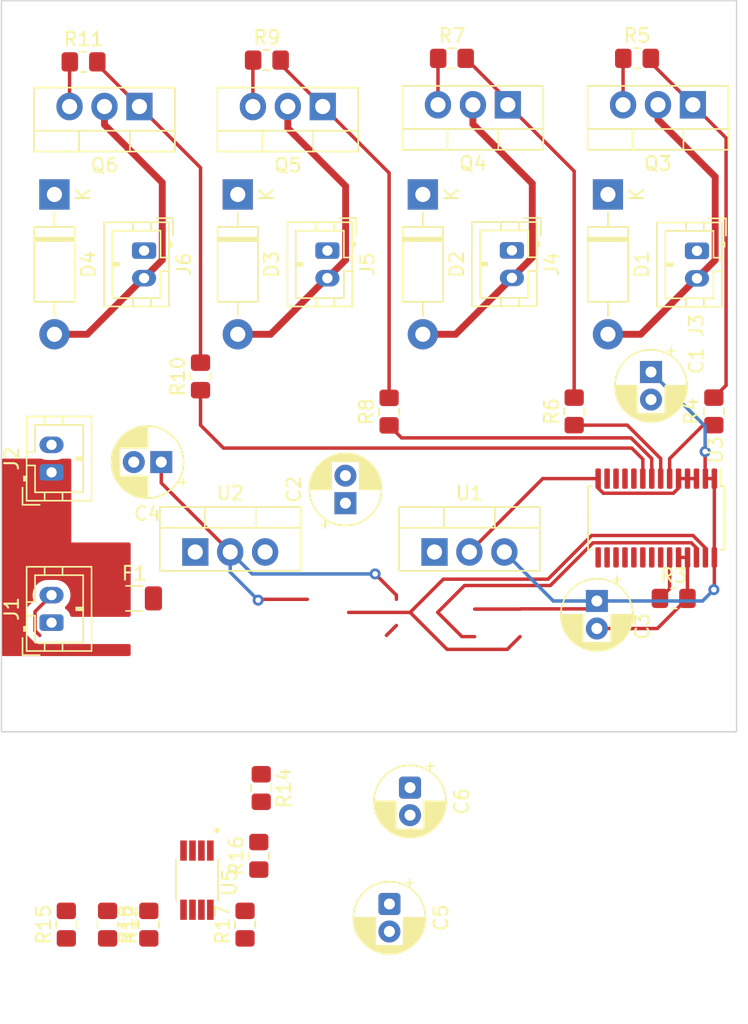
<source format=kicad_pcb>
(kicad_pcb (version 20241229) (generator "pcbnew") (generator_version "9.0")
  (layers (0 "F.Cu" signal) (2 "B.Cu" signal) (13 "F.Paste" user) (15 "B.Paste" user) (5 "F.SilkS" user "F.Silkscreen") (7 "B.SilkS" user "B.Silkscreen") (1 "F.Mask" user) (3 "B.Mask" user) (25 "Edge.Cuts" user))
  (net 0 "")
  (net 1 "+5V")
  (net 2 "GND")
  (net 3 "SLN1+")
  (net 4 "+3.3V")
  (net 5 "SLN1-")
  (net 6 "SLN2-")
  (net 7 "SLN3-")
  (net 8 "SLN4-")
  (net 9 "Net-(J1-Pin_1)")
  (net 10 "Net-(J1-Pin_2)")
  (net 11 "Net-(J2-Pin_1)")
  (net 12 "SDA")
  (net 13 "SCL")
  (net 14 "Net-(Q3-G)")
  (net 15 "Net-(Q4-G)")
  (net 16 "Net-(Q5-G)")
  (net 17 "Net-(Q6-G)")
  (net 18 "Net-(U3-OE')")
  (net 19 "S1CTRL")
  (net 20 "S2CTRL")
  (net 21 "S3CTRL")
  (net 22 "S4CTRL")
  (net 35 "Net-(U5-EN)")
  (net 36 "Net-(U5-READY)")
  (footprint "Connector_JST:JST_PH_B2B-PH-K_1x02_P2.00mm_Vertical" (layer "F.Cu") (at 155.654113 59.520887 -90)
    (property "Reference" "J6" (at 1 -2.9 90) (layer "F.SilkS"))
    (property "Value" "2X1")
    (pad "1" thru_hole roundrect (at 0 0 270) (size 1.2 1.75) (drill 0.75) (layers "*.Cu" "*.Mask") (roundrect_rratio 0.2083333333) (net 3 "SLN1+"))
    (pad "2" thru_hole oval (at 2 0 270) (size 1.2 1.75) (drill 0.75) (layers "*.Cu" "*.Mask") (net 8 "SLN4-"))
  )
  (footprint "Package_TO_SOT_THT:TO-220-3_Vertical" (layer "F.Cu") (at 176.779113 81.420887)
    (property "Reference" "U1" (at 2.54 -4.27 0) (layer "F.SilkS"))
    (property "Value" "L7805")
    (pad "1" thru_hole rect (at 0 0) (size 1.905 2) (drill 1.1) (layers "*.Cu" "*.Mask") (net 3 "SLN1+"))
    (pad "2" thru_hole oval (at 2.54 0) (size 1.905 2) (drill 1.1) (layers "*.Cu" "*.Mask") (net 2 "GND"))
    (pad "3" thru_hole oval (at 5.08 0) (size 1.905 2) (drill 1.1) (layers "*.Cu" "*.Mask") (net 1 "+5V"))
  )
  (footprint "Package_TO_SOT_THT:TO-220-3_Vertical" (layer "F.Cu") (at 155.316113 49.050887 180)
    (property "Reference" "Q6" (at 2.54 -4.27 0) (layer "F.SilkS"))
    (property "Value" "FQP30N06L")
    (pad "1" thru_hole rect (at 0 0 180) (size 1.905 2) (drill 1.1) (layers "*.Cu" "*.Mask") (net 17 "Net-(Q6-G)"))
    (pad "2" thru_hole oval (at 2.54 0 180) (size 1.905 2) (drill 1.1) (layers "*.Cu" "*.Mask") (net 8 "SLN4-"))
    (pad "3" thru_hole oval (at 5.08 0 180) (size 1.905 2) (drill 1.1) (layers "*.Cu" "*.Mask") (net 2 "GND"))
  )
  (footprint "Resistor_SMD:R_0805_2012Metric_Pad1.20x1.40mm_HandSolder" (layer "F.Cu") (at 164 103.5 90)
    (property "Reference" "R16" (at 0 -1.65 90) (layer "F.SilkS"))
    (property "Value" "10k")
    (pad "1" smd roundrect (at -1 0 90) (size 1.2 1.4) (layers "F.Cu" "F.Mask" "F.Paste") (roundrect_rratio 0.208333) (net 12 "SDA"))
    (pad "2" smd roundrect (at 1 0 90) (size 1.2 1.4) (layers "F.Cu" "F.Mask" "F.Paste") (roundrect_rratio 0.208333) (net 4 "+3.3V"))
  )
  (footprint "Connector_JST:JST_PH_B2B-PH-K_1x02_P2.00mm_Vertical" (layer "F.Cu") (at 195.871113 59.536887 -90)
    (property "Reference" "J3" (at 5.445 0.042 90) (layer "F.SilkS"))
    (property "Value" "2X1")
    (pad "1" thru_hole roundrect (at 0 0 270) (size 1.2 1.75) (drill 0.75) (layers "*.Cu" "*.Mask") (roundrect_rratio 0.2083333333) (net 3 "SLN1+"))
    (pad "2" thru_hole oval (at 2 0 270) (size 1.2 1.75) (drill 0.75) (layers "*.Cu" "*.Mask") (net 5 "SLN1-"))
  )
  (footprint "Resistor_SMD:R_0805_2012Metric_Pad1.20x1.40mm_HandSolder" (layer "F.Cu") (at 164.587113 45.677887)
    (property "Reference" "R9" (at 0 -1.65 0) (layer "F.SilkS"))
    (property "Value" "10k")
    (pad "1" smd roundrect (at -1 0) (size 1.2 1.4) (layers "F.Cu" "F.Mask" "F.Paste") (roundrect_rratio 0.2083333333) (net 2 "GND"))
    (pad "2" smd roundrect (at 1 0) (size 1.2 1.4) (layers "F.Cu" "F.Mask" "F.Paste") (roundrect_rratio 0.2083333333) (net 16 "Net-(Q5-G)"))
  )
  (footprint "Diode_THT:D_DO-41_SOD81_P10.16mm_Horizontal" (layer "F.Cu") (at 149.135113 55.440887 -90)
    (property "Reference" "D4" (at 5.08 -2.47 90) (layer "F.SilkS"))
    (property "Value" "1N47xxA")
    (fp_text user "K" (at 0 -2.1 90) (layer "F.SilkS"))
    (pad "1" thru_hole rect (at 0 0 270) (size 2.2 2.2) (drill 1.1) (layers "*.Cu" "*.Mask") (net 3 "SLN1+"))
    (pad "2" thru_hole oval (at 10.16 0 270) (size 2.2 2.2) (drill 1.1) (layers "*.Cu" "*.Mask") (net 8 "SLN4-"))
  )
  (footprint "Capacitor_THT:CP_Radial_D5.0mm_P2.00mm" (layer "F.Cu") (at 156.906225 74.887887 180)
    (property "Reference" "C4" (at 1 -3.75 0) (layer "F.SilkS"))
    (property "Value" "10u")
    (pad "1" thru_hole rect (at 0 0 180) (size 1.6 1.6) (drill 0.8) (layers "*.Cu" "*.Mask") (net 4 "+3.3V"))
    (pad "2" thru_hole circle (at 2 0 180) (size 1.6 1.6) (drill 0.8) (layers "*.Cu" "*.Mask") (net 2 "GND"))
  )
  (footprint "Diode_THT:D_DO-41_SOD81_P10.16mm_Horizontal" (layer "F.Cu") (at 175.932113 55.440887 -90)
    (property "Reference" "D2" (at 5.08 -2.47 90) (layer "F.SilkS"))
    (property "Value" "1N47xxA")
    (fp_text user "K" (at 0 -2.1 90) (layer "F.SilkS"))
    (pad "1" thru_hole rect (at 0 0 270) (size 2.2 2.2) (drill 1.1) (layers "*.Cu" "*.Mask") (net 3 "SLN1+"))
    (pad "2" thru_hole oval (at 10.16 0 270) (size 2.2 2.2) (drill 1.1) (layers "*.Cu" "*.Mask") (net 6 "SLN2-"))
  )
  (footprint "Connector_JST:JST_PH_B2B-PH-K_1x02_P2.00mm_Vertical" (layer "F.Cu") (at 148.924113 75.633887 90)
    (property "Reference" "J2" (at 1 -2.9 90) (layer "F.SilkS"))
    (property "Value" "2X1")
    (pad "1" thru_hole roundrect (at 0 0 90) (size 1.2 1.75) (drill 0.75) (layers "*.Cu" "*.Mask") (roundrect_rratio 0.2083333333) (net 11 "Net-(J2-Pin_1)"))
    (pad "2" thru_hole oval (at 2 0 90) (size 1.2 1.75) (drill 0.75) (layers "*.Cu" "*.Mask") (net 2 "GND"))
  )
  (footprint "Resistor_SMD:R_0805_2012Metric_Pad1.20x1.40mm_HandSolder" (layer "F.Cu") (at 151.252113 45.804887)
    (property "Reference" "R11" (at 0 -1.65 0) (layer "F.SilkS"))
    (property "Value" "10k")
    (pad "1" smd roundrect (at -1 0) (size 1.2 1.4) (layers "F.Cu" "F.Mask" "F.Paste") (roundrect_rratio 0.2083333333) (net 2 "GND"))
    (pad "2" smd roundrect (at 1 0) (size 1.2 1.4) (layers "F.Cu" "F.Mask" "F.Paste") (roundrect_rratio 0.2083333333) (net 17 "Net-(Q6-G)"))
  )
  (footprint "Diode_THT:D_DO-41_SOD81_P10.16mm_Horizontal" (layer "F.Cu") (at 189.394113 55.440887 -90)
    (property "Reference" "D1" (at 5.08 -2.47 90) (layer "F.SilkS"))
    (property "Value" "1N47xxA")
    (fp_text user "K" (at 0 -2.1 90) (layer "F.SilkS"))
    (pad "1" thru_hole rect (at 0 0 270) (size 2.2 2.2) (drill 1.1) (layers "*.Cu" "*.Mask") (net 3 "SLN1+"))
    (pad "2" thru_hole oval (at 10.16 0 270) (size 2.2 2.2) (drill 1.1) (layers "*.Cu" "*.Mask") (net 5 "SLN1-"))
  )
  (footprint "Resistor_SMD:R_0805_2012Metric_Pad1.20x1.40mm_HandSolder" (layer "F.Cu") (at 164.177113 98.572887 -90)
    (property "Reference" "R14" (at 0 -1.65 90) (layer "F.SilkS"))
    (property "Value" "10k")
    (pad "1" smd roundrect (at -1 0 270) (size 1.2 1.4) (layers "F.Cu" "F.Mask" "F.Paste") (roundrect_rratio 0.208333) (net 4 "+3.3V"))
    (pad "2" smd roundrect (at 1 0 270) (size 1.2 1.4) (layers "F.Cu" "F.Mask" "F.Paste") (roundrect_rratio 0.208333) (net 10 "Net-(J1-Pin_2)"))
  )
  (footprint "Capacitor_THT:CP_Radial_D5.0mm_P2.00mm" (layer "F.Cu") (at 173.5 107 -90)
    (property "Reference" "C5" (at 1 -3.75 90) (layer "F.SilkS"))
    (property "Value" "0.1u")
    (pad "1" thru_hole roundrect (at 0 0 270) (size 1.6 1.6) (drill 0.8) (layers "*.Cu" "*.Mask") (roundrect_rratio 0.15625) (net 2 "GND"))
    (pad "2" thru_hole circle (at 2 0 270) (size 1.6 1.6) (drill 0.8) (layers "*.Cu" "*.Mask") (net 35 "Net-(U5-EN)"))
  )
  (footprint "Resistor_SMD:R_0805_2012Metric_Pad1.20x1.40mm_HandSolder" (layer "F.Cu") (at 156 108.5 90)
    (property "Reference" "R18" (at 0 -1.65 90) (layer "F.SilkS"))
    (property "Value" "10k")
    (pad "1" smd roundrect (at -1 0 90) (size 1.2 1.4) (layers "F.Cu" "F.Mask" "F.Paste") (roundrect_rratio 0.208333) (net 4 "+3.3V"))
    (pad "2" smd roundrect (at 1 0 90) (size 1.2 1.4) (layers "F.Cu" "F.Mask" "F.Paste") (roundrect_rratio 0.208333) (net 36 "Net-(U5-READY)"))
  )
  (footprint "Resistor_SMD:R_0805_2012Metric_Pad1.20x1.40mm_HandSolder" (layer "F.Cu") (at 178.049113 45.550887)
    (property "Reference" "R7" (at 0 -1.65 0) (layer "F.SilkS"))
    (property "Value" "10k")
    (pad "1" smd roundrect (at -1 0) (size 1.2 1.4) (layers "F.Cu" "F.Mask" "F.Paste") (roundrect_rratio 0.2083333333) (net 2 "GND"))
    (pad "2" smd roundrect (at 1 0) (size 1.2 1.4) (layers "F.Cu" "F.Mask" "F.Paste") (roundrect_rratio 0.2083333333) (net 15 "Net-(Q4-G)"))
  )
  (footprint "Package_TO_SOT_THT:TO-220-3_Vertical" (layer "F.Cu") (at 195.575113 48.923887 180)
    (property "Reference" "Q3" (at 2.54 -4.27 0) (layer "F.SilkS"))
    (property "Value" "FQP30N06L")
    (pad "1" thru_hole rect (at 0 0 180) (size 1.905 2) (drill 1.1) (layers "*.Cu" "*.Mask") (net 14 "Net-(Q3-G)"))
    (pad "2" thru_hole oval (at 2.54 0 180) (size 1.905 2) (drill 1.1) (layers "*.Cu" "*.Mask") (net 5 "SLN1-"))
    (pad "3" thru_hole oval (at 5.08 0 180) (size 1.905 2) (drill 1.1) (layers "*.Cu" "*.Mask") (net 2 "GND"))
  )
  (footprint "Package_SO:TSSOP-28_4.4x9.7mm_P0.65mm" (layer "F.Cu") (at 192.908113 78.951887 -90)
    (property "Reference" "U3" (at -4.953 -4.318 90) (layer "F.SilkS"))
    (property "Value" "PCA9685")
    (pad "1" smd roundrect (at -2.8625 -4.225 270) (size 1.475 0.4) (layers "F.Cu" "F.Mask" "F.Paste") (net 1 "+5V"))
    (pad "2" smd roundrect (at -2.8625 -3.575 270) (size 1.475 0.4) (layers "F.Cu" "F.Mask" "F.Paste") (net 1 "+5V"))
    (pad "3" smd roundrect (at -2.8625 -2.925 270) (size 1.475 0.4) (layers "F.Cu" "F.Mask" "F.Paste") (net 2 "GND"))
    (pad "4" smd roundrect (at -2.8625 -2.275 270) (size 1.475 0.4) (layers "F.Cu" "F.Mask" "F.Paste") (net 2 "GND"))
    (pad "5" smd roundrect (at -2.8625 -1.625 270) (size 1.475 0.4) (layers "F.Cu" "F.Mask" "F.Paste") (net 2 "GND"))
    (pad "6" smd roundrect (at -2.8625 -0.975 270) (size 1.475 0.4) (layers "F.Cu" "F.Mask" "F.Paste") (net 19 "S1CTRL"))
    (pad "7" smd roundrect (at -2.8625 -0.325 270) (size 1.475 0.4) (layers "F.Cu" "F.Mask" "F.Paste") (net 20 "S2CTRL"))
    (pad "8" smd roundrect (at -2.8625 0.325 270) (size 1.475 0.4) (layers "F.Cu" "F.Mask" "F.Paste") (net 21 "S3CTRL"))
    (pad "9" smd roundrect (at -2.8625 0.975 270) (size 1.475 0.4) (layers "F.Cu" "F.Mask" "F.Paste") (net 22 "S4CTRL"))
    (pad "10" smd roundrect (at -2.8625 1.625 270) (size 1.475 0.4) (layers "F.Cu" "F.Mask" "F.Paste"))
    (pad "11" smd roundrect (at -2.8625 2.275 270) (size 1.475 0.4) (layers "F.Cu" "F.Mask" "F.Paste"))
    (pad "12" smd roundrect (at -2.8625 2.925 270) (size 1.475 0.4) (layers "F.Cu" "F.Mask" "F.Paste"))
    (pad "13" smd roundrect (at -2.8625 3.575 270) (size 1.475 0.4) (layers "F.Cu" "F.Mask" "F.Paste"))
    (pad "14" smd roundrect (at -2.8625 4.225 270) (size 1.475 0.4) (layers "F.Cu" "F.Mask" "F.Paste") (net 2 "GND"))
    (pad "15" smd roundrect (at 2.8625 4.225 270) (size 1.475 0.4) (layers "F.Cu" "F.Mask" "F.Paste"))
    (pad "16" smd roundrect (at 2.8625 3.575 270) (size 1.475 0.4) (layers "F.Cu" "F.Mask" "F.Paste"))
    (pad "17" smd roundrect (at 2.8625 2.925 270) (size 1.475 0.4) (layers "F.Cu" "F.Mask" "F.Paste"))
    (pad "18" smd roundrect (at 2.8625 2.275 270) (size 1.475 0.4) (layers "F.Cu" "F.Mask" "F.Paste"))
    (pad "19" smd roundrect (at 2.8625 1.625 270) (size 1.475 0.4) (layers "F.Cu" "F.Mask" "F.Paste"))
    (pad "20" smd roundrect (at 2.8625 0.975 270) (size 1.475 0.4) (layers "F.Cu" "F.Mask" "F.Paste"))
    (pad "21" smd roundrect (at 2.8625 0.325 270) (size 1.475 0.4) (layers "F.Cu" "F.Mask" "F.Paste"))
    (pad "22" smd roundrect (at 2.8625 -0.325 270) (size 1.475 0.4) (layers "F.Cu" "F.Mask" "F.Paste"))
    (pad "23" smd roundrect (at 2.8625 -0.975 270) (size 1.475 0.4) (layers "F.Cu" "F.Mask" "F.Paste") (net 18 "Net-(U3-OE')"))
    (pad "24" smd roundrect (at 2.8625 -1.625 270) (size 1.475 0.4) (layers "F.Cu" "F.Mask" "F.Paste") (net 2 "GND"))
    (pad "25" smd roundrect (at 2.8625 -2.275 270) (size 1.475 0.4) (layers "F.Cu" "F.Mask" "F.Paste") (net 2 "GND"))
    (pad "26" smd roundrect (at 2.8625 -2.925 270) (size 1.475 0.4) (layers "F.Cu" "F.Mask" "F.Paste") (net 13 "SCL"))
    (pad "27" smd roundrect (at 2.8625 -3.575 270) (size 1.475 0.4) (layers "F.Cu" "F.Mask" "F.Paste") (net 12 "SDA"))
    (pad "28" smd roundrect (at 2.8625 -4.225 270) (size 1.475 0.4) (layers "F.Cu" "F.Mask" "F.Paste") (net 1 "+5V"))
  )
  (footprint "Resistor_SMD:R_0805_2012Metric_Pad1.20x1.40mm_HandSolder" (layer "F.Cu") (at 150 108.5 90)
    (property "Reference" "R15" (at 0 -1.65 90) (layer "F.SilkS"))
    (property "Value" "10k")
    (pad "1" smd roundrect (at -1 0 90) (size 1.2 1.4) (layers "F.Cu" "F.Mask" "F.Paste") (roundrect_rratio 0.208333) (net 4 "+3.3V"))
    (pad "2" smd roundrect (at 1 0 90) (size 1.2 1.4) (layers "F.Cu" "F.Mask" "F.Paste") (roundrect_rratio 0.208333) (net 35 "Net-(U5-EN)"))
  )
  (footprint "Capacitor_THT:CP_Radial_D5.0mm_P2.00mm" (layer "F.Cu") (at 175 98.544888 -90)
    (property "Reference" "C6" (at 1 -3.75 90) (layer "F.SilkS"))
    (property "Value" "0.1u")
    (pad "1" thru_hole roundrect (at 0 0 270) (size 1.6 1.6) (drill 0.8) (layers "*.Cu" "*.Mask") (roundrect_rratio 0.15625) (net 2 "GND"))
    (pad "2" thru_hole circle (at 2 0 270) (size 1.6 1.6) (drill 0.8) (layers "*.Cu" "*.Mask") (net 4 "+3.3V"))
  )
  (footprint "Resistor_SMD:R_0805_2012Metric_Pad1.20x1.40mm_HandSolder" (layer "F.Cu") (at 163 108.5 90)
    (property "Reference" "R17" (at 0 -1.65 90) (layer "F.SilkS"))
    (property "Value" "10k")
    (pad "1" smd roundrect (at -1 0 90) (size 1.2 1.4) (layers "F.Cu" "F.Mask" "F.Paste") (roundrect_rratio 0.208333) (net 4 "+3.3V"))
    (pad "2" smd roundrect (at 1 0 90) (size 1.2 1.4) (layers "F.Cu" "F.Mask" "F.Paste") (roundrect_rratio 0.208333) (net 13 "SCL"))
  )
  (footprint "Connector_JST:JST_PH_B2B-PH-K_1x02_P2.00mm_Vertical" (layer "F.Cu") (at 148.924113 86.555887 90)
    (property "Reference" "J1" (at 1 -2.9 90) (layer "F.SilkS"))
    (property "Value" "2X1")
    (pad "1" thru_hole roundrect (at 0 0 90) (size 1.2 1.75) (drill 0.75) (layers "*.Cu" "*.Mask") (roundrect_rratio 0.2083333333) (net 9 "Net-(J1-Pin_1)"))
    (pad "2" thru_hole oval (at 2 0 90) (size 1.2 1.75) (drill 0.75) (layers "*.Cu" "*.Mask") (net 10 "Net-(J1-Pin_2)"))
  )
  (footprint "Resistor_SMD:R_0805_2012Metric_Pad1.20x1.40mm_HandSolder" (layer "F.Cu") (at 197.099113 71.204887 90)
    (property "Reference" "R4" (at 0 -1.65 90) (layer "F.SilkS"))
    (property "Value" "330")
    (pad "1" smd roundrect (at -1 0 90) (size 1.2 1.4) (layers "F.Cu" "F.Mask" "F.Paste") (roundrect_rratio 0.2083333333) (net 19 "S1CTRL"))
    (pad "2" smd roundrect (at 1 0 90) (size 1.2 1.4) (layers "F.Cu" "F.Mask" "F.Paste") (roundrect_rratio 0.2083333333) (net 14 "Net-(Q3-G)"))
  )
  (footprint "Capacitor_THT:CP_Radial_D5.0mm_P2.00mm" (layer "F.Cu") (at 170.302113 77.875 90)
    (property "Reference" "C2" (at 1 -3.75 90) (layer "F.SilkS"))
    (property "Value" "10u")
    (pad "1" thru_hole rect (at 0 0 90) (size 1.6 1.6) (drill 0.8) (layers "*.Cu" "*.Mask") (net 3 "SLN1+"))
    (pad "2" thru_hole circle (at 2 0 90) (size 1.6 1.6) (drill 0.8) (layers "*.Cu" "*.Mask") (net 2 "GND"))
  )
  (footprint "Resistor_SMD:R_0805_2012Metric_Pad1.20x1.40mm_HandSolder" (layer "F.Cu") (at 153 108.5 -90)
    (property "Reference" "R12" (at 0 -1.65 90) (layer "F.SilkS"))
    (property "Value" "10k")
    (pad "1" smd roundrect (at -1 0 270) (size 1.2 1.4) (layers "F.Cu" "F.Mask" "F.Paste") (roundrect_rratio 0.208333) (net 9 "Net-(J1-Pin_1)"))
    (pad "2" smd roundrect (at 1 0 270) (size 1.2 1.4) (layers "F.Cu" "F.Mask" "F.Paste") (roundrect_rratio 0.208333) (net 4 "+3.3V"))
  )
  (footprint "Package_TO_SOT_THT:TO-220-3_Vertical" (layer "F.Cu") (at 168.651113 49.050887 180)
    (property "Reference" "Q5" (at 2.54 -4.27 0) (layer "F.SilkS"))
    (property "Value" "FQP30N06L")
    (pad "1" thru_hole rect (at 0 0 180) (size 1.905 2) (drill 1.1) (layers "*.Cu" "*.Mask") (net 16 "Net-(Q5-G)"))
    (pad "2" thru_hole oval (at 2.54 0 180) (size 1.905 2) (drill 1.1) (layers "*.Cu" "*.Mask") (net 7 "SLN3-"))
    (pad "3" thru_hole oval (at 5.08 0 180) (size 1.905 2) (drill 1.1) (layers "*.Cu" "*.Mask") (net 2 "GND"))
  )
  (footprint "Diode_THT:D_DO-41_SOD81_P10.16mm_Horizontal" (layer "F.Cu") (at 162.470113 55.440887 -90)
    (property "Reference" "D3" (at 5.08 -2.47 90) (layer "F.SilkS"))
    (property "Value" "1N47xxA")
    (fp_text user "K" (at 0 -2.1 90) (layer "F.SilkS"))
    (pad "1" thru_hole rect (at 0 0 270) (size 2.2 2.2) (drill 1.1) (layers "*.Cu" "*.Mask") (net 3 "SLN1+"))
    (pad "2" thru_hole oval (at 10.16 0 270) (size 2.2 2.2) (drill 1.1) (layers "*.Cu" "*.Mask") (net 7 "SLN3-"))
  )
  (footprint "Connector_JST:JST_PH_B2B-PH-K_1x02_P2.00mm_Vertical" (layer "F.Cu") (at 182.409113 59.504887 -90)
    (property "Reference" "J4" (at 1 -2.9 90) (layer "F.SilkS"))
    (property "Value" "2X1")
    (pad "1" thru_hole roundrect (at 0 0 270) (size 1.2 1.75) (drill 0.75) (layers "*.Cu" "*.Mask") (roundrect_rratio 0.2083333333) (net 3 "SLN1+"))
    (pad "2" thru_hole oval (at 2 0 270) (size 1.2 1.75) (drill 0.75) (layers "*.Cu" "*.Mask") (net 6 "SLN2-"))
  )
  (footprint "Resistor_SMD:R_0805_2012Metric_Pad1.20x1.40mm_HandSolder" (layer "F.Cu") (at 173.477113 71.220887 90)
    (property "Reference" "R8" (at 0 -1.65 90) (layer "F.SilkS"))
    (property "Value" "330")
    (pad "1" smd roundrect (at -1 0 90) (size 1.2 1.4) (layers "F.Cu" "F.Mask" "F.Paste") (roundrect_rratio 0.2083333333) (net 21 "S3CTRL"))
    (pad "2" smd roundrect (at 1 0 90) (size 1.2 1.4) (layers "F.Cu" "F.Mask" "F.Paste") (roundrect_rratio 0.2083333333) (net 16 "Net-(Q5-G)"))
  )
  (footprint "Resistor_SMD:R_0805_2012Metric_Pad1.20x1.40mm_HandSolder" (layer "F.Cu") (at 159.761113 68.664887 90)
    (property "Reference" "R10" (at 0 -1.65 90) (layer "F.SilkS"))
    (property "Value" "330")
    (pad "1" smd roundrect (at -1 0 90) (size 1.2 1.4) (layers "F.Cu" "F.Mask" "F.Paste") (roundrect_rratio 0.2083333333) (net 22 "S4CTRL"))
    (pad "2" smd roundrect (at 1 0 90) (size 1.2 1.4) (layers "F.Cu" "F.Mask" "F.Paste") (roundrect_rratio 0.2083333333) (net 17 "Net-(Q6-G)"))
  )
  (footprint "TCA4307:SOP65P490X110-8N" (layer "F.Cu") (at 159.5 105.267887 -90)
    (property "Reference" "U5" (at 0.155 -2.362 90) (layer "F.SilkS"))
    (property "Value" "TCA4307")
    (pad "1" smd roundrect (at -2.15 -0.975 270) (size 1.47 0.48) (layers "F.Cu" "F.Mask" "F.Paste") (roundrect_rratio 0.05) (net 35 "Net-(U5-EN)"))
    (pad "2" smd roundrect (at -2.15 -0.325 270) (size 1.47 0.48) (layers "F.Cu" "F.Mask" "F.Paste") (roundrect_rratio 0.05) (net 12 "SDA"))
    (pad "3" smd roundrect (at -2.15 0.325 270) (size 1.47 0.48) (layers "F.Cu" "F.Mask" "F.Paste") (roundrect_rratio 0.05) (net 9 "Net-(J1-Pin_1)"))
    (pad "4" smd roundrect (at -2.15 0.975 270) (size 1.47 0.48) (layers "F.Cu" "F.Mask" "F.Paste") (roundrect_rratio 0.05) (net 4 "+3.3V"))
    (pad "5" smd roundrect (at 2.15 0.975 270) (size 1.47 0.48) (layers "F.Cu" "F.Mask" "F.Paste") (roundrect_rratio 0.05) (net 36 "Net-(U5-READY)"))
    (pad "6" smd roundrect (at 2.15 0.325 270) (size 1.47 0.48) (layers "F.Cu" "F.Mask" "F.Paste") (roundrect_rratio 0.05) (net 10 "Net-(J1-Pin_2)"))
    (pad "7" smd roundrect (at 2.15 -0.325 270) (size 1.47 0.48) (layers "F.Cu" "F.Mask" "F.Paste") (roundrect_rratio 0.05) (net 13 "SCL"))
    (pad "8" smd roundrect (at 2.15 -0.975 270) (size 1.47 0.48) (layers "F.Cu" "F.Mask" "F.Paste") (roundrect_rratio 0.05) (net 2 "GND"))
  )
  (footprint "Connector_JST:JST_PH_B2B-PH-K_1x02_P2.00mm_Vertical" (layer "F.Cu") (at 168.989113 59.520887 -90)
    (property "Reference" "J5" (at 1 -2.9 90) (layer "F.SilkS"))
    (property "Value" "2X1")
    (pad "1" thru_hole roundrect (at 0 0 270) (size 1.2 1.75) (drill 0.75) (layers "*.Cu" "*.Mask") (roundrect_rratio 0.2083333333) (net 3 "SLN1+"))
    (pad "2" thru_hole oval (at 2 0 270) (size 1.2 1.75) (drill 0.75) (layers "*.Cu" "*.Mask") (net 7 "SLN3-"))
  )
  (footprint "Capacitor_THT:CP_Radial_D5.0mm_P2.00mm" (layer "F.Cu") (at 188.590113 84.981775 -90)
    (property "Reference" "C3" (at 1.844112 -3.302 90) (layer "F.SilkS"))
    (property "Value" "10u")
    (pad "1" thru_hole rect (at 0 0 270) (size 1.6 1.6) (drill 0.8) (layers "*.Cu" "*.Mask") (net 1 "+5V"))
    (pad "2" thru_hole circle (at 2 0 270) (size 1.6 1.6) (drill 0.8) (layers "*.Cu" "*.Mask") (net 2 "GND"))
  )
  (footprint "Resistor_SMD:R_0805_2012Metric_Pad1.20x1.40mm_HandSolder" (layer "F.Cu") (at 191.511113 45.550887)
    (property "Reference" "R5" (at 0 -1.65 0) (layer "F.SilkS"))
    (property "Value" "10k")
    (pad "1" smd roundrect (at -1 0) (size 1.2 1.4) (layers "F.Cu" "F.Mask" "F.Paste") (roundrect_rratio 0.2083333333) (net 2 "GND"))
    (pad "2" smd roundrect (at 1 0) (size 1.2 1.4) (layers "F.Cu" "F.Mask" "F.Paste") (roundrect_rratio 0.2083333333) (net 14 "Net-(Q3-G)"))
  )
  (footprint "Package_TO_SOT_THT:TO-220-3_Vertical" (layer "F.Cu") (at 182.113113 48.923887 180)
    (property "Reference" "Q4" (at 2.54 -4.27 0) (layer "F.SilkS"))
    (property "Value" "FQP30N06L")
    (pad "1" thru_hole rect (at 0 0 180) (size 1.905 2) (drill 1.1) (layers "*.Cu" "*.Mask") (net 15 "Net-(Q4-G)"))
    (pad "2" thru_hole oval (at 2.54 0 180) (size 1.905 2) (drill 1.1) (layers "*.Cu" "*.Mask") (net 6 "SLN2-"))
    (pad "3" thru_hole oval (at 5.08 0 180) (size 1.905 2) (drill 1.1) (layers "*.Cu" "*.Mask") (net 2 "GND"))
  )
  (footprint "Resistor_SMD:R_0805_2012Metric_Pad1.20x1.40mm_HandSolder" (layer "F.Cu") (at 186.939113 71.204887 90)
    (property "Reference" "R6" (at 0 -1.65 90) (layer "F.SilkS"))
    (property "Value" "330")
    (pad "1" smd roundrect (at -1 0 90) (size 1.2 1.4) (layers "F.Cu" "F.Mask" "F.Paste") (roundrect_rratio 0.2083333333) (net 20 "S2CTRL"))
    (pad "2" smd roundrect (at 1 0 90) (size 1.2 1.4) (layers "F.Cu" "F.Mask" "F.Paste") (roundrect_rratio 0.2083333333) (net 15 "Net-(Q4-G)"))
  )
  (footprint "Package_TO_SOT_THT:TO-220-3_Vertical" (layer "F.Cu") (at 159.380113 81.420887)
    (property "Reference" "U2" (at 2.54 -4.27 0) (layer "F.SilkS"))
    (property "Value" "LD1117V33")
    (pad "1" thru_hole rect (at 0 0) (size 1.905 2) (drill 1.1) (layers "*.Cu" "*.Mask") (net 2 "GND"))
    (pad "2" thru_hole oval (at 2.54 0) (size 1.905 2) (drill 1.1) (layers "*.Cu" "*.Mask") (net 4 "+3.3V"))
    (pad "3" thru_hole oval (at 5.08 0) (size 1.905 2) (drill 1.1) (layers "*.Cu" "*.Mask") (net 3 "SLN1+"))
  )
  (footprint "Fuse:Fuse_1206_3216Metric" (layer "F.Cu") (at 154.935113 84.793887)
    (property "Reference" "F1" (at 0 -1.82 0) (layer "F.SilkS"))
    (property "Value" "10A")
    (pad "1" smd roundrect (at -1.4 0) (size 1.25 1.75) (layers "F.Cu" "F.Mask" "F.Paste") (roundrect_rratio 0.2) (net 11 "Net-(J2-Pin_1)"))
    (pad "2" smd roundrect (at 1.4 0) (size 1.25 1.75) (layers "F.Cu" "F.Mask" "F.Paste") (roundrect_rratio 0.2) (net 3 "SLN1+"))
  )
  (footprint "Resistor_SMD:R_0805_2012Metric_Pad1.20x1.40mm_HandSolder" (layer "F.Cu") (at 194.178113 84.793887)
    (property "Reference" "R3" (at 0 -1.65 0) (layer "F.SilkS"))
    (property "Value" "10k")
    (pad "1" smd roundrect (at -1 0) (size 1.2 1.4) (layers "F.Cu" "F.Mask" "F.Paste") (roundrect_rratio 0.2083333333) (net 18 "Net-(U3-OE')"))
    (pad "2" smd roundrect (at 1 0) (size 1.2 1.4) (layers "F.Cu" "F.Mask" "F.Paste") (roundrect_rratio 0.2083333333) (net 2 "GND"))
  )
  (footprint "Capacitor_THT:CP_Radial_D5.0mm_P2.00mm" (layer "F.Cu") (at 192.527113 68.344775 -90)
    (property "Reference" "C1" (at -0.822888 -3.302 90) (layer "F.SilkS"))
    (property "Value" "10u")
    (pad "1" thru_hole rect (at 0 0 270) (size 1.6 1.6) (drill 0.8) (layers "*.Cu" "*.Mask") (net 1 "+5V"))
    (pad "2" thru_hole circle (at 2 0 270) (size 1.6 1.6) (drill 0.8) (layers "*.Cu" "*.Mask") (net 2 "GND"))
  )
  (gr_rect (start 145.283113 41.359887) (end 198.750113 94.484887) (stroke (width 0.1)) (fill no) (layer "Edge.Cuts"))
  (segment (start 197.133113 81.814387) (end 197.133113 76.089387) (width 0.25) (layer "F.Cu") (net 1))
  (segment (start 197.133113 84.124887) (end 197.099113 84.158887) (width 0.25) (layer "F.Cu") (net 1))
  (segment (start 179.700113 85.571887) (end 183.002113 85.571887) (width 0.25) (layer "F.Cu") (net 1))
  (segment (start 197.133113 76.089387) (end 196.483113 76.089387) (width 0.25) (layer "F.Cu") (net 1))
  (segment (start 196.464113 76.070387) (end 196.483113 76.089387) (width 0.25) (layer "F.Cu") (net 1))
  (segment (start 183.018113 85.555887) (end 188.016001 85.555887) (width 0.25) (layer "F.Cu") (net 1))
  (segment (start 183.002113 85.571887) (end 183.018113 85.555887) (width 0.25) (layer "F.Cu") (net 1))
  (segment (start 197.133113 81.814387) (end 197.133113 84.124887) (width 0.25) (layer "F.Cu") (net 1))
  (segment (start 196.464113 74.125887) (end 196.464113 76.070387) (width 0.25) (layer "F.Cu") (net 1))
  (segment (start 188.016001 85.555887) (end 188.590113 84.981775) (width 0.25) (layer "F.Cu") (net 1))
  (via (at 197.099113 84.158887) (size 0.8) (drill 0.4) (layers "F.Cu" "B.Cu") (net 1))
  (via (at 196.464113 74.125887) (size 0.8) (drill 0.4) (layers "F.Cu" "B.Cu") (net 1))
  (segment (start 196.276225 84.981775) (end 197.099113 84.158887) (width 0.25) (layer "B.Cu") (net 1))
  (segment (start 185.420001 84.981775) (end 186.050113 84.981775) (width 0.25) (layer "B.Cu") (net 1))
  (segment (start 196.464113 74.125887) (end 196.464113 72.281775) (width 0.25) (layer "B.Cu") (net 1))
  (segment (start 181.859113 81.420887) (end 185.420001 84.981775) (width 0.25) (layer "B.Cu") (net 1))
  (segment (start 196.464113 72.281775) (end 192.527113 68.344775) (width 0.25) (layer "B.Cu") (net 1))
  (segment (start 186.050113 84.981775) (end 196.276225 84.981775) (width 0.25) (layer "B.Cu") (net 1))
  (segment (start 177.049113 45.550887) (end 177.033113 45.566887) (width 0.25) (layer "F.Cu") (net 2))
  (segment (start 194.533113 81.814387) (end 195.183113 81.814387) (width 0.25) (layer "F.Cu") (net 2))
  (segment (start 194.533113 76.089387) (end 194.533113 76.777928) (width 0.25) (layer "F.Cu") (net 2))
  (segment (start 194.533113 76.777928) (end 194.159154 77.151887) (width 0.25) (layer "F.Cu") (net 2))
  (segment (start 190.495113 45.566887) (end 190.495113 48.923887) (width 0.25) (layer "F.Cu") (net 2))
  (segment (start 195.178113 81.819387) (end 195.183113 81.814387) (width 0.25) (layer "F.Cu") (net 2))
  (segment (start 163.587113 45.677887) (end 163.571113 45.693887) (width 0.25) (layer "F.Cu") (net 2))
  (segment (start 195.178113 84.793887) (end 195.178113 81.819387) (width 0.25) (layer "F.Cu") (net 2))
  (segment (start 150.236113 45.820887) (end 150.236113 49.050887) (width 0.25) (layer "F.Cu") (net 2))
  (segment (start 195.178113 84.793887) (end 192.990225 86.981775) (width 0.25) (layer "F.Cu") (net 2))
  (segment (start 163.571113 45.693887) (end 163.571113 49.050887) (width 0.25) (layer "F.Cu") (net 2))
  (segment (start 194.159154 77.151887) (end 189.057072 77.151887) (width 0.25) (layer "F.Cu") (net 2))
  (segment (start 195.183113 76.089387) (end 195.833113 76.089387) (width 0.25) (layer "F.Cu") (net 2))
  (segment (start 194.533113 76.089387) (end 195.183113 76.089387) (width 0.25) (layer "F.Cu") (net 2))
  (segment (start 188.683113 76.777927) (end 188.683113 76.089387) (width 0.25) (layer "F.Cu") (net 2))
  (segment (start 190.511113 45.550887) (end 190.495113 45.566887) (width 0.25) (layer "F.Cu") (net 2))
  (segment (start 184.650613 76.089387) (end 179.319113 81.420887) (width 0.25) (layer "F.Cu") (net 2))
  (segment (start 150.252113 45.804887) (end 150.236113 45.820887) (width 0.25) (layer "F.Cu") (net 2))
  (segment (start 188.590113 86.981775) (end 192.990225 86.981775) (width 0.25) (layer "F.Cu") (net 2))
  (segment (start 188.683113 76.089387) (end 184.650613 76.089387) (width 0.25) (layer "F.Cu") (net 2))
  (segment (start 189.057072 77.151887) (end 188.683113 76.777927) (width 0.25) (layer "F.Cu") (net 2))
  (segment (start 177.033113 45.566887) (end 177.033113 48.923887) (width 0.25) (layer "F.Cu") (net 2))
  (segment (start 176.779113 81.420887) (end 177.482113 80.717887) (width 0.5) (layer "B.Cu") (net 3))
  (segment (start 182.393113 59.520887) (end 182.409113 59.504887) (width 0.5) (layer "B.Cu") (net 3))
  (segment (start 182.409113 59.504887) (end 182.441113 59.536887) (width 0.5) (layer "B.Cu") (net 3))
  (segment (start 174.009113 84.563887) (end 172.461113 83.015887) (width 0.25) (layer "F.Cu") (net 4))
  (segment (start 164.013113 84.859887) (end 167.532113 84.859887) (width 0.25) (layer "F.Cu") (net 4))
  (segment (start 156.906225 76.406999) (end 161.920113 81.420887) (width 0.25) (layer "F.Cu") (net 4))
  (segment (start 163.952113 84.920887) (end 164.013113 84.859887) (width 0.25) (layer "F.Cu") (net 4))
  (segment (start 156.906225 74.887887) (end 156.906225 76.406999) (width 0.25) (layer "F.Cu") (net 4))
  (segment (start 172.461113 83.015887) (end 172.588113 83.015887) (width 0.25) (layer "F.Cu") (net 4))
  (segment (start 174.009113 84.859887) (end 174.009113 84.563887) (width 0.25) (layer "F.Cu") (net 4))
  (via (at 163.952113 84.920887) (size 0.8) (drill 0.4) (layers "F.Cu" "B.Cu") (net 4))
  (via (at 172.461113 83.015887) (size 0.8) (drill 0.4) (layers "F.Cu" "B.Cu") (net 4))
  (segment (start 163.515113 83.015887) (end 161.920113 81.420887) (width 0.25) (layer "B.Cu") (net 4))
  (segment (start 163.952113 84.920887) (end 163.825113 84.793887) (width 0.25) (layer "B.Cu") (net 4))
  (segment (start 161.920113 82.888887) (end 161.920113 81.420887) (width 0.25) (layer "B.Cu") (net 4))
  (segment (start 163.952113 84.920887) (end 161.920113 82.888887) (width 0.25) (layer "B.Cu") (net 4))
  (segment (start 163.825113 84.793887) (end 163.825113 84.793887) (width 0.25) (layer "B.Cu") (net 4))
  (segment (start 172.461113 83.015887) (end 163.515113 83.015887) (width 0.25) (layer "B.Cu") (net 4))
  (segment (start 191.781113 65.600887) (end 189.394113 65.600887) (width 0.5) (layer "F.Cu") (net 5))
  (segment (start 195.871113 61.536887) (end 195.845113 61.536887) (width 0.5) (layer "F.Cu") (net 5))
  (segment (start 197.196113 54.156887) (end 197.196113 60.211887) (width 0.5) (layer "F.Cu") (net 5))
  (segment (start 193.035113 48.923887) (end 193.035113 49.995887) (width 0.5) (layer "F.Cu") (net 5))
  (segment (start 195.845113 61.536887) (end 191.781113 65.600887) (width 0.5) (layer "F.Cu") (net 5))
  (segment (start 193.035113 49.995887) (end 197.196113 54.156887) (width 0.5) (layer "F.Cu") (net 5))
  (segment (start 197.196113 60.211887) (end 195.871113 61.536887) (width 0.5) (layer "F.Cu") (net 5))
  (segment (start 183.891113 60.022887) (end 182.409113 61.504887) (width 0.5) (layer "F.Cu") (net 6))
  (segment (start 182.409113 61.504887) (end 182.409113 61.510887) (width 0.5) (layer "F.Cu") (net 6))
  (segment (start 178.319113 65.600887) (end 175.932113 65.600887) (width 0.5) (layer "F.Cu") (net 6))
  (segment (start 183.891113 54.646887) (end 183.891113 60.022887) (width 0.5) (layer "F.Cu") (net 6))
  (segment (start 179.573113 50.328887) (end 183.891113 54.646887) (width 0.5) (layer "F.Cu") (net 6))
  (segment (start 182.409113 61.510887) (end 178.319113 65.600887) (width 0.5) (layer "F.Cu") (net 6))
  (segment (start 179.573113 48.923887) (end 179.573113 50.328887) (width 0.5) (layer "F.Cu") (net 6))
  (segment (start 170.314113 54.833887) (end 170.314113 60.195887) (width 0.5) (layer "F.Cu") (net 7))
  (segment (start 168.989113 61.520887) (end 168.937113 61.520887) (width 0.5) (layer "F.Cu") (net 7))
  (segment (start 170.314113 60.195887) (end 168.989113 61.520887) (width 0.5) (layer "F.Cu") (net 7))
  (segment (start 164.857113 65.600887) (end 162.470113 65.600887) (width 0.5) (layer "F.Cu") (net 7))
  (segment (start 166.111113 49.050887) (end 166.111113 50.630887) (width 0.5) (layer "F.Cu") (net 7))
  (segment (start 168.937113 61.520887) (end 164.857113 65.600887) (width 0.5) (layer "F.Cu") (net 7))
  (segment (start 166.111113 50.630887) (end 170.314113 54.833887) (width 0.5) (layer "F.Cu") (net 7))
  (segment (start 151.522113 65.600887) (end 149.135113 65.600887) (width 0.5) (layer "F.Cu") (net 8))
  (segment (start 156.979113 54.579887) (end 156.979113 60.195887) (width 0.5) (layer "F.Cu") (net 8))
  (segment (start 152.776113 49.050887) (end 152.776113 50.376887) (width 0.5) (layer "F.Cu") (net 8))
  (segment (start 156.979113 60.195887) (end 155.654113 61.520887) (width 0.5) (layer "F.Cu") (net 8))
  (segment (start 155.654113 61.520887) (end 155.602113 61.520887) (width 0.5) (layer "F.Cu") (net 8))
  (segment (start 152.776113 50.376887) (end 156.979113 54.579887) (width 0.5) (layer "F.Cu") (net 8))
  (segment (start 155.602113 61.520887) (end 151.522113 65.600887) (width 0.5) (layer "F.Cu") (net 8))
  (segment (start 148.924113 86.555887) (end 149.128113 86.759887) (width 0.25) (layer "F.Cu") (net 9))
  (segment (start 173.284113 87.484887) (end 174.009113 86.759887) (width 0.25) (layer "F.Cu") (net 10))
  (segment (start 147.724113 87.14406) (end 148.06494 87.484887) (width 0.25) (layer "F.Cu") (net 10))
  (segment (start 147.724113 85.755887) (end 147.724113 87.14406) (width 0.25) (layer "F.Cu") (net 10))
  (segment (start 148.924113 84.555887) (end 147.724113 85.755887) (width 0.25) (layer "F.Cu") (net 10))
  (segment (start 185.032717 83.396887) (end 188.207717 80.221887) (width 0.25) (layer "F.Cu") (net 12))
  (segment (start 196.483113 81.125846) (end 196.483113 81.814387) (width 0.25) (layer "F.Cu") (net 12))
  (segment (start 175.009113 85.809887) (end 177.422113 83.396887) (width 0.25) (layer "F.Cu") (net 12))
  (segment (start 177.696113 88.496887) (end 175.009113 85.809887) (width 0.25) (layer "F.Cu") (net 12))
  (segment (start 177.422113 83.396887) (end 185.032717 83.396887) (width 0.25) (layer "F.Cu") (net 12))
  (segment (start 188.207717 80.221887) (end 195.579154 80.221887) (width 0.25) (layer "F.Cu") (net 12))
  (segment (start 170.532113 85.809887) (end 175.009113 85.809887) (width 0.25) (layer "F.Cu") (net 12))
  (segment (start 182.077113 88.496887) (end 177.696113 88.496887) (width 0.25) (layer "F.Cu") (net 12))
  (segment (start 183.002113 87.571887) (end 182.077113 88.496887) (width 0.25) (layer "F.Cu") (net 12))
  (segment (start 195.579154 80.221887) (end 196.483113 81.125846) (width 0.25) (layer "F.Cu") (net 12))
  (segment (start 179.700113 87.571887) (end 178.771113 87.571887) (width 0.25) (layer "F.Cu") (net 13))
  (segment (start 185.209225 83.856775) (end 188.314113 80.751887) (width 0.25) (layer "F.Cu") (net 13))
  (segment (start 178.771113 87.571887) (end 177.009113 85.809887) (width 0.25) (layer "F.Cu") (net 13))
  (segment (start 195.833113 81.125846) (end 195.833113 81.814387) (width 0.25) (layer "F.Cu") (net 13))
  (segment (start 188.314113 80.751887) (end 195.459154 80.751887) (width 0.25) (layer "F.Cu") (net 13))
  (segment (start 178.962225 83.856775) (end 185.209225 83.856775) (width 0.25) (layer "F.Cu") (net 13))
  (segment (start 177.009113 85.809887) (end 178.962225 83.856775) (width 0.25) (layer "F.Cu") (net 13))
  (segment (start 195.459154 80.751887) (end 195.833113 81.125846) (width 0.25) (layer "F.Cu") (net 13))
  (segment (start 192.511113 45.859887) (end 195.575113 48.923887) (width 0.25) (layer "F.Cu") (net 14))
  (segment (start 197.099113 70.204887) (end 197.988113 69.315887) (width 0.25) (layer "F.Cu") (net 14))
  (segment (start 192.511113 45.550887) (end 192.511113 45.859887) (width 0.25) (layer "F.Cu") (net 14))
  (segment (start 197.988113 69.315887) (end 197.988113 51.336887) (width 0.25) (layer "F.Cu") (net 14))
  (segment (start 197.988113 51.336887) (end 195.575113 48.923887) (width 0.25) (layer "F.Cu") (net 14))
  (segment (start 179.049113 45.550887) (end 182.113113 48.614887) (width 0.25) (layer "F.Cu") (net 15))
  (segment (start 186.939113 53.749887) (end 182.113113 48.923887) (width 0.25) (layer "F.Cu") (net 15))
  (segment (start 186.939113 70.204887) (end 186.939113 53.749887) (width 0.25) (layer "F.Cu") (net 15))
  (segment (start 182.113113 48.614887) (end 182.113113 48.923887) (width 0.25) (layer "F.Cu") (net 15))
  (segment (start 165.587113 45.986887) (end 168.651113 49.050887) (width 0.25) (layer "F.Cu") (net 16))
  (segment (start 173.477113 53.876887) (end 168.651113 49.050887) (width 0.25) (layer "F.Cu") (net 16))
  (segment (start 165.587113 45.677887) (end 165.587113 45.986887) (width 0.25) (layer "F.Cu") (net 16))
  (segment (start 173.477113 70.220887) (end 173.477113 53.876887) (width 0.25) (layer "F.Cu") (net 16))
  (segment (start 159.761113 67.664887) (end 159.761113 53.495887) (width 0.25) (layer "F.Cu") (net 17))
  (segment (start 152.252113 45.804887) (end 152.252113 45.986887) (width 0.25) (layer "F.Cu") (net 17))
  (segment (start 152.252113 45.986887) (end 155.316113 49.050887) (width 0.25) (layer "F.Cu") (net 17))
  (segment (start 159.761113 53.495887) (end 155.316113 49.050887) (width 0.25) (layer "F.Cu") (net 17))
  (segment (start 193.883113 84.088887) (end 193.178113 84.793887) (width 0.25) (layer "F.Cu") (net 18))
  (segment (start 193.883113 81.814387) (end 193.883113 84.088887) (width 0.25) (layer "F.Cu") (net 18))
  (segment (start 196.317072 72.204887) (end 193.883113 74.638846) (width 0.25) (layer "F.Cu") (net 19))
  (segment (start 197.099113 72.204887) (end 196.317072 72.204887) (width 0.25) (layer "F.Cu") (net 19))
  (segment (start 193.883113 74.638846) (end 193.883113 75.327387) (width 0.25) (layer "F.Cu") (net 19))
  (segment (start 190.799154 72.204887) (end 193.233113 74.638846) (width 0.25) (layer "F.Cu") (net 20))
  (segment (start 193.233113 74.638846) (end 193.233113 75.327387) (width 0.25) (layer "F.Cu") (net 20))
  (segment (start 186.939113 72.204887) (end 190.799154 72.204887) (width 0.25) (layer "F.Cu") (net 20))
  (segment (start 173.477113 72.220887) (end 174.386113 73.129887) (width 0.25) (layer "F.Cu") (net 21))
  (segment (start 191.074154 73.129887) (end 192.583113 74.638846) (width 0.25) (layer "F.Cu") (net 21))
  (segment (start 192.583113 74.638846) (end 192.583113 75.327387) (width 0.25) (layer "F.Cu") (net 21))
  (segment (start 174.386113 73.129887) (end 191.074154 73.129887) (width 0.25) (layer "F.Cu") (net 21))
  (segment (start 191.130113 73.871887) (end 191.933113 74.674887) (width 0.25) (layer "F.Cu") (net 22))
  (segment (start 159.761113 69.664887) (end 159.761113 72.204887) (width 0.25) (layer "F.Cu") (net 22))
  (segment (start 161.428113 73.871887) (end 191.130113 73.871887) (width 0.25) (layer "F.Cu") (net 22))
  (segment (start 159.761113 72.204887) (end 161.428113 73.871887) (width 0.25) (layer "F.Cu") (net 22))
  (segment (start 191.933113 74.674887) (end 191.933113 76.089387) (width 0.25) (layer "F.Cu") (net 22))
  (zone (net 11) (net_name "Net-(J2-Pin_1)") (layer "F.Cu") (priority 1) (connect_pads yes (clearance 0.5)) (min_thickness 0.25) (fill yes (thermal_gap 0.5) (thermal_bridge_width 0.5))
    (polygon (pts (xy 145.283113 88.984887) (xy 145.283113 74.633887) (xy 150.363113 74.633887) (xy 150.363113 80.729887) (xy 154.681113 80.729887) (xy 154.681113 88.984887)))
  )
)
</source>
